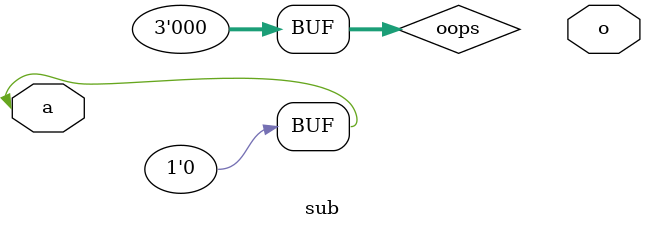
<source format=v>
module top ;

  wire o, a;
  sub #(1) mysub (o, a);

endmodule

module sub (o, a);
  parameter size = 4;
  localparam sizedec = size - 2;
  output o;
  input  a;

  // NCV/VCS seem to handle negative indices in some smarter way.
  // The spec is unclear about what to do here, but we think this
  // should be a huge wire.
  wire [sizedec:0] oops = 0; // the spec is unclear but we think this is a huge wire
  assign oops = a;


/*
  initial begin
    $display("Sizedec is %b", sizedec);           // NCV: 11111111111111111111111111111111
    $display("Oops is %b", oops);                 // NCV: XX
    $display("Sizeof oops is %d", $bits(oops));   // NCV: 2
  end
 */


endmodule

</source>
